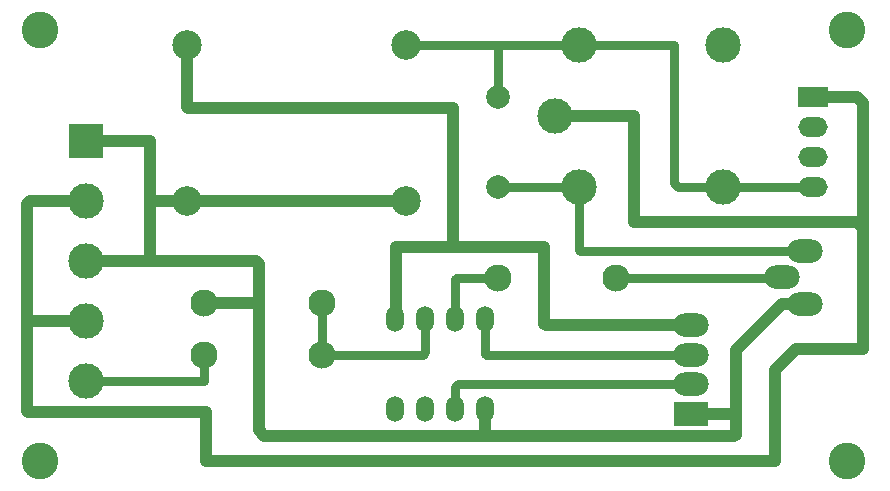
<source format=gbr>
%TF.GenerationSoftware,KiCad,Pcbnew,(5.1.9)-1*%
%TF.CreationDate,2023-05-17T16:08:43+02:00*%
%TF.ProjectId,Compteur_palonniers,436f6d70-7465-4757-925f-70616c6f6e6e,rev?*%
%TF.SameCoordinates,PX6dac2c0PY7bfa480*%
%TF.FileFunction,Copper,L2,Bot*%
%TF.FilePolarity,Positive*%
%FSLAX46Y46*%
G04 Gerber Fmt 4.6, Leading zero omitted, Abs format (unit mm)*
G04 Created by KiCad (PCBNEW (5.1.9)-1) date 2023-05-17 16:08:43*
%MOMM*%
%LPD*%
G01*
G04 APERTURE LIST*
%TA.AperFunction,ComponentPad*%
%ADD10C,2.300000*%
%TD*%
%TA.AperFunction,ComponentPad*%
%ADD11C,3.000000*%
%TD*%
%TA.AperFunction,ComponentPad*%
%ADD12R,3.000000X3.000000*%
%TD*%
%TA.AperFunction,ComponentPad*%
%ADD13O,3.000000X2.000000*%
%TD*%
%TA.AperFunction,ComponentPad*%
%ADD14R,3.000000X2.000000*%
%TD*%
%TA.AperFunction,ComponentPad*%
%ADD15C,2.000000*%
%TD*%
%TA.AperFunction,ComponentPad*%
%ADD16O,2.500000X1.700000*%
%TD*%
%TA.AperFunction,ComponentPad*%
%ADD17R,2.500000X1.700000*%
%TD*%
%TA.AperFunction,ComponentPad*%
%ADD18O,1.500000X2.200000*%
%TD*%
%TA.AperFunction,ComponentPad*%
%ADD19C,2.500000*%
%TD*%
%TA.AperFunction,WasherPad*%
%ADD20C,3.100000*%
%TD*%
%TA.AperFunction,Conductor*%
%ADD21C,0.800000*%
%TD*%
%TA.AperFunction,Conductor*%
%ADD22C,1.000000*%
%TD*%
G04 APERTURE END LIST*
D10*
%TO.P,R103,1*%
%TO.N,ON*%
X42200000Y19800000D03*
%TO.P,R103,2*%
%TO.N,Net-(R103-Pad2)*%
X52200000Y19800000D03*
%TD*%
D11*
%TO.P,J1,5*%
%TO.N,Net-(J1-Pad5)*%
X7300000Y11080000D03*
%TO.P,J1,4*%
%TO.N,+24V*%
X7300000Y16160000D03*
%TO.P,J1,3*%
%TO.N,GND*%
X7300000Y21240000D03*
%TO.P,J1,2*%
%TO.N,+24V*%
X7300000Y26320000D03*
D12*
%TO.P,J1,1*%
%TO.N,GND*%
X7300000Y31400000D03*
%TD*%
D13*
%TO.P,TR101,1*%
%TO.N,GND*%
X68200000Y17600000D03*
%TO.P,TR101,3*%
%TO.N,Net-(D101-Pad2)*%
X68200000Y22100000D03*
%TO.P,TR101,2*%
%TO.N,Net-(R103-Pad2)*%
X66200000Y19870000D03*
%TD*%
D11*
%TO.P,K101,11*%
%TO.N,+24V*%
X47000000Y33500000D03*
%TO.P,K101,A2*%
%TO.N,14*%
X49000000Y39500000D03*
%TO.P,K101,12*%
%TO.N,N/C*%
X61200000Y39500000D03*
%TO.P,K101,14*%
%TO.N,14*%
X61200000Y27500000D03*
%TO.P,K101,A1*%
%TO.N,Net-(D101-Pad2)*%
X49000000Y27500000D03*
%TD*%
D13*
%TO.P,J101,4*%
%TO.N,+5V*%
X58500000Y15800000D03*
%TO.P,J101,3*%
%TO.N,RX*%
X58500000Y13300000D03*
%TO.P,J101,2*%
%TO.N,TX*%
X58500000Y10800000D03*
D14*
%TO.P,J101,1*%
%TO.N,GND*%
X58500000Y8300000D03*
%TD*%
D15*
%TO.P,D101,1*%
%TO.N,14*%
X42200000Y35110000D03*
%TO.P,D101,2*%
%TO.N,Net-(D101-Pad2)*%
X42200000Y27490000D03*
%TD*%
D16*
%TO.P,J2,4*%
%TO.N,14*%
X68800000Y27490000D03*
%TO.P,J2,3*%
%TO.N,N/C*%
X68800000Y30030000D03*
%TO.P,J2,2*%
X68800000Y32570000D03*
D17*
%TO.P,J2,1*%
%TO.N,+24V*%
X68800000Y35110000D03*
%TD*%
D10*
%TO.P,R102,1*%
%TO.N,SIG*%
X27300000Y17700000D03*
%TO.P,R102,2*%
%TO.N,GND*%
X17300000Y17700000D03*
%TD*%
%TO.P,R101,1*%
%TO.N,Net-(J1-Pad5)*%
X17300000Y13300000D03*
%TO.P,R101,2*%
%TO.N,SIG*%
X27300000Y13300000D03*
%TD*%
D18*
%TO.P,U2,8*%
%TO.N,+5V*%
X33490000Y16310000D03*
%TO.P,U2,7*%
%TO.N,SIG*%
X36030000Y16310000D03*
%TO.P,U2,6*%
%TO.N,ON*%
X38570000Y16310000D03*
%TO.P,U2,5*%
%TO.N,RX*%
X41110000Y16310000D03*
%TO.P,U2,4*%
%TO.N,GND*%
X41110000Y8690000D03*
%TO.P,U2,3*%
%TO.N,TX*%
X38570000Y8690000D03*
%TO.P,U2,2*%
%TO.N,N/C*%
X36030000Y8690000D03*
%TO.P,U2,1*%
X33490000Y8690000D03*
%TD*%
D19*
%TO.P,U1,4*%
%TO.N,+5V*%
X15850000Y39500000D03*
%TO.P,U1,3*%
%TO.N,GND*%
X15850000Y26300000D03*
%TO.P,U1,2*%
%TO.N,14*%
X34350000Y39500000D03*
%TO.P,U1,1*%
%TO.N,GND*%
X34350000Y26300000D03*
%TD*%
D20*
%TO.P,E1,*%
%TO.N,*%
X3400000Y40800000D03*
X71700000Y40800000D03*
X71700000Y4300000D03*
X3400000Y4300000D03*
%TD*%
D21*
%TO.N,Net-(J1-Pad5)*%
X7300000Y11080000D02*
X17280000Y11080000D01*
X17280000Y11080000D02*
X17300000Y11100000D01*
X17280000Y13280000D02*
X17300000Y13300000D01*
X17280000Y11080000D02*
X17280000Y13280000D01*
D22*
%TO.N,+24V*%
X7300000Y26320000D02*
X2520000Y26320000D01*
X65600000Y12000000D02*
X67400000Y13800000D01*
X67400000Y13800000D02*
X73100000Y13800000D01*
X65600000Y4300000D02*
X65600000Y12000000D01*
X17449998Y8450002D02*
X17449998Y4300000D01*
X17449998Y4300000D02*
X65600000Y4300000D01*
X2349998Y8450002D02*
X17449998Y8450002D01*
X2300000Y8500000D02*
X2349998Y8450002D01*
X47000000Y33500000D02*
X53700000Y33500000D01*
X53700000Y33500000D02*
X53700000Y24500000D01*
X53700000Y24500000D02*
X72600000Y24500000D01*
X72600000Y24500000D02*
X73100000Y24000000D01*
X73100000Y13800000D02*
X73100000Y24000000D01*
X2300000Y26100000D02*
X2520000Y26320000D01*
X2440000Y16160000D02*
X2300000Y16300000D01*
X7300000Y16160000D02*
X2440000Y16160000D01*
X2300000Y16300000D02*
X2300000Y26100000D01*
X2300000Y8500000D02*
X2300000Y16300000D01*
X73100000Y24000000D02*
X73100000Y34600000D01*
X72590000Y35110000D02*
X68800000Y35110000D01*
X73100000Y34600000D02*
X72590000Y35110000D01*
%TO.N,GND*%
X41110000Y8690000D02*
X41110000Y6410000D01*
X12700000Y21380000D02*
X12840000Y21240000D01*
X7300000Y21240000D02*
X12840000Y21240000D01*
X7300000Y31400000D02*
X12700000Y31400000D01*
X12900000Y26300000D02*
X12700000Y26500000D01*
X15850000Y26300000D02*
X12900000Y26300000D01*
X12700000Y26500000D02*
X12700000Y21380000D01*
X12700000Y31400000D02*
X12700000Y26500000D01*
X34350000Y26300000D02*
X15850000Y26300000D01*
X62300000Y13700000D02*
X66200000Y17600000D01*
X66200000Y17600000D02*
X68200000Y17600000D01*
X21660000Y21240000D02*
X12840000Y21240000D01*
X21900000Y21000000D02*
X21660000Y21240000D01*
X22390000Y6410000D02*
X21900000Y6900000D01*
X41110000Y6410000D02*
X22390000Y6410000D01*
X17300000Y17700000D02*
X21700000Y17700000D01*
X21900000Y17900000D02*
X21900000Y21000000D01*
X21700000Y17700000D02*
X21900000Y17900000D01*
X21900000Y6900000D02*
X21900000Y17900000D01*
X62200000Y8300000D02*
X62300000Y8400000D01*
X58500000Y8300000D02*
X62200000Y8300000D01*
X62300000Y6520000D02*
X62300000Y9100000D01*
X62190000Y6410000D02*
X62300000Y6520000D01*
X41110000Y6410000D02*
X62190000Y6410000D01*
X62300000Y9100000D02*
X62300000Y13700000D01*
X62300000Y8400000D02*
X62300000Y9100000D01*
%TO.N,+5V*%
X46100000Y15900000D02*
X46100000Y22400000D01*
X46200000Y15800000D02*
X46100000Y15900000D01*
X58500000Y15800000D02*
X46200000Y15800000D01*
X15850000Y39500000D02*
X15850000Y34250000D01*
X15850000Y34250000D02*
X15900000Y34200000D01*
X15900000Y34200000D02*
X38400000Y34200000D01*
X33500000Y16320000D02*
X33490000Y16310000D01*
X33500000Y22400000D02*
X33500000Y16320000D01*
X38400000Y34200000D02*
X38400000Y22400000D01*
X38400000Y22400000D02*
X33500000Y22400000D01*
X46100000Y22400000D02*
X38400000Y22400000D01*
D21*
%TO.N,TX*%
X58500000Y10800000D02*
X38800000Y10800000D01*
X38570000Y10570000D02*
X38800000Y10800000D01*
X38570000Y8690000D02*
X38570000Y10570000D01*
%TO.N,RX*%
X58500000Y13300000D02*
X41200000Y13300000D01*
X41110000Y13390000D02*
X41200000Y13300000D01*
X41110000Y16310000D02*
X41110000Y13390000D01*
%TO.N,ON*%
X38570000Y19670000D02*
X38570000Y16310000D01*
X38700000Y19800000D02*
X38570000Y19670000D01*
X42200000Y19800000D02*
X38700000Y19800000D01*
%TO.N,SIG*%
X36000000Y16280000D02*
X36030000Y16310000D01*
X27300000Y13300000D02*
X35800000Y13300000D01*
X36030000Y13530000D02*
X36030000Y16310000D01*
X35800000Y13300000D02*
X36030000Y13530000D01*
X27300000Y13300000D02*
X27300000Y17700000D01*
%TO.N,Net-(D101-Pad2)*%
X50500000Y22100000D02*
X68200000Y22100000D01*
X49190000Y26590000D02*
X49200000Y26600000D01*
X49000000Y27500000D02*
X49000000Y22200000D01*
X49100000Y22100000D02*
X50500000Y22100000D01*
X49000000Y22200000D02*
X49100000Y22100000D01*
X48990000Y27490000D02*
X49000000Y27500000D01*
X42200000Y27490000D02*
X48990000Y27490000D01*
%TO.N,Net-(R103-Pad2)*%
X66130000Y19800000D02*
X66200000Y19870000D01*
X52200000Y19800000D02*
X66130000Y19800000D01*
%TO.N,14*%
X68790000Y27500000D02*
X68800000Y27490000D01*
X61200000Y27500000D02*
X68790000Y27500000D01*
X49000000Y39500000D02*
X57100000Y39500000D01*
X57100000Y39500000D02*
X57100000Y27800000D01*
X57400000Y27500000D02*
X61200000Y27500000D01*
X57100000Y27800000D02*
X57400000Y27500000D01*
X42200000Y39300000D02*
X42000000Y39500000D01*
X42200000Y35110000D02*
X42200000Y39300000D01*
X42000000Y39500000D02*
X49000000Y39500000D01*
X34350000Y39500000D02*
X42000000Y39500000D01*
%TD*%
M02*

</source>
